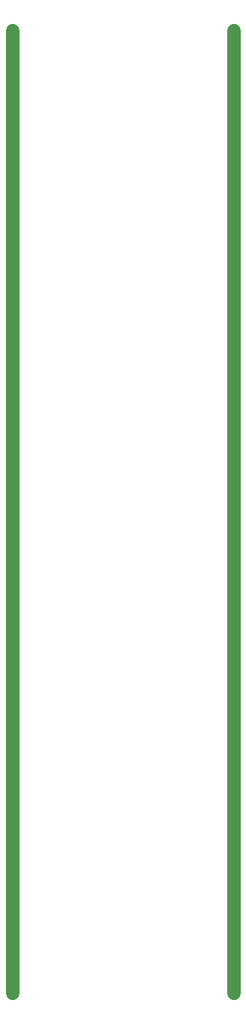
<source format=gbl>
%TF.GenerationSoftware,KiCad,Pcbnew,(6.0.1)*%
%TF.CreationDate,2022-10-04T06:00:50-04:00*%
%TF.ProjectId,EUROPANEL-6HP,4555524f-5041-44e4-954c-2d3648502e6b,rev?*%
%TF.SameCoordinates,Original*%
%TF.FileFunction,Copper,L2,Bot*%
%TF.FilePolarity,Positive*%
%FSLAX46Y46*%
G04 Gerber Fmt 4.6, Leading zero omitted, Abs format (unit mm)*
G04 Created by KiCad (PCBNEW (6.0.1)) date 2022-10-04 06:00:50*
%MOMM*%
%LPD*%
G01*
G04 APERTURE LIST*
%TA.AperFunction,Conductor*%
%ADD10C,1.500000*%
%TD*%
G04 APERTURE END LIST*
D10*
%TO.N,*%
X87500000Y-150000000D02*
X87500000Y-41500000D01*
X62500000Y-41500000D02*
X62500000Y-150000000D01*
%TD*%
M02*

</source>
